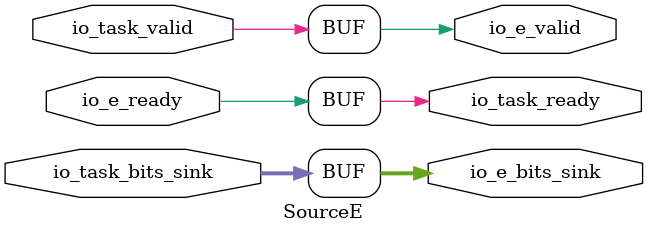
<source format=v>
module SourceE(
  input        io_e_ready,
  output       io_e_valid,
  output [2:0] io_e_bits_sink,
  output       io_task_ready,
  input        io_task_valid,
  input  [2:0] io_task_bits_sink
);
  assign io_e_valid = io_task_valid; // @[SourceE.scala 33:11]
  assign io_e_bits_sink = io_task_bits_sink; // @[SourceE.scala 34:15]
  assign io_task_ready = io_e_ready; // @[SourceE.scala 35:17]
endmodule


</source>
